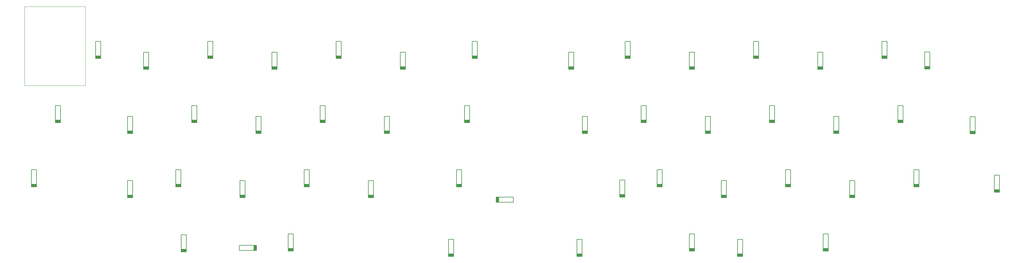
<source format=gbr>
%TF.GenerationSoftware,KiCad,Pcbnew,(7.0.0)*%
%TF.CreationDate,2023-03-05T17:44:29+01:00*%
%TF.ProjectId,NEC,4e45432e-6b69-4636-9164-5f7063625858,rev?*%
%TF.SameCoordinates,Original*%
%TF.FileFunction,Legend,Bot*%
%TF.FilePolarity,Positive*%
%FSLAX46Y46*%
G04 Gerber Fmt 4.6, Leading zero omitted, Abs format (unit mm)*
G04 Created by KiCad (PCBNEW (7.0.0)) date 2023-03-05 17:44:29*
%MOMM*%
%LPD*%
G01*
G04 APERTURE LIST*
%ADD10C,0.150000*%
%ADD11C,0.120000*%
G04 APERTURE END LIST*
D10*
%TO.C,D17*%
X69024500Y-49847500D02*
X67500500Y-49847500D01*
X67500500Y-49847500D02*
X67500500Y-54927500D01*
X67500500Y-54165500D02*
X69024500Y-54165500D01*
X67500500Y-54292500D02*
X69024500Y-54292500D01*
X69024500Y-54419500D02*
X67500500Y-54419500D01*
X67500500Y-54546500D02*
X69024500Y-54546500D01*
X69024500Y-54673500D02*
X67500500Y-54673500D01*
X67500500Y-54800500D02*
X69024500Y-54800500D01*
X69024500Y-54927500D02*
X69024500Y-49847500D01*
X67500500Y-54927500D02*
X69024500Y-54927500D01*
%TO.C,D50*%
X230949500Y-89535000D02*
X229425500Y-89535000D01*
X229425500Y-89535000D02*
X229425500Y-94615000D01*
X229425500Y-93853000D02*
X230949500Y-93853000D01*
X229425500Y-93980000D02*
X230949500Y-93980000D01*
X230949500Y-94107000D02*
X229425500Y-94107000D01*
X229425500Y-94234000D02*
X230949500Y-94234000D01*
X230949500Y-94361000D02*
X229425500Y-94361000D01*
X229425500Y-94488000D02*
X230949500Y-94488000D01*
X230949500Y-94615000D02*
X230949500Y-89535000D01*
X229425500Y-94615000D02*
X230949500Y-94615000D01*
%TO.C,D48*%
X183324500Y-89535000D02*
X181800500Y-89535000D01*
X181800500Y-89535000D02*
X181800500Y-94615000D01*
X181800500Y-93853000D02*
X183324500Y-93853000D01*
X181800500Y-93980000D02*
X183324500Y-93980000D01*
X183324500Y-94107000D02*
X181800500Y-94107000D01*
X181800500Y-94234000D02*
X183324500Y-94234000D01*
X183324500Y-94361000D02*
X181800500Y-94361000D01*
X181800500Y-94488000D02*
X183324500Y-94488000D01*
X183324500Y-94615000D02*
X183324500Y-89535000D01*
X181800500Y-94615000D02*
X183324500Y-94615000D01*
%TO.C,D46*%
X97599500Y-87947500D02*
X96075500Y-87947500D01*
X96075500Y-87947500D02*
X96075500Y-93027500D01*
X96075500Y-92265500D02*
X97599500Y-92265500D01*
X96075500Y-92392500D02*
X97599500Y-92392500D01*
X97599500Y-92519500D02*
X96075500Y-92519500D01*
X96075500Y-92646500D02*
X97599500Y-92646500D01*
X97599500Y-92773500D02*
X96075500Y-92773500D01*
X96075500Y-92900500D02*
X97599500Y-92900500D01*
X97599500Y-93027500D02*
X97599500Y-87947500D01*
X96075500Y-93027500D02*
X97599500Y-93027500D01*
%TO.C,D40*%
X245237000Y-68897500D02*
X243713000Y-68897500D01*
X243713000Y-68897500D02*
X243713000Y-73977500D01*
X243713000Y-73215500D02*
X245237000Y-73215500D01*
X243713000Y-73342500D02*
X245237000Y-73342500D01*
X245237000Y-73469500D02*
X243713000Y-73469500D01*
X243713000Y-73596500D02*
X245237000Y-73596500D01*
X245237000Y-73723500D02*
X243713000Y-73723500D01*
X243713000Y-73850500D02*
X245237000Y-73850500D01*
X245237000Y-73977500D02*
X245237000Y-68897500D01*
X243713000Y-73977500D02*
X245237000Y-73977500D01*
%TO.C,D11*%
X235712000Y-30797500D02*
X234188000Y-30797500D01*
X234188000Y-30797500D02*
X234188000Y-35877500D01*
X234188000Y-35115500D02*
X235712000Y-35115500D01*
X234188000Y-35242500D02*
X235712000Y-35242500D01*
X235712000Y-35369500D02*
X234188000Y-35369500D01*
X234188000Y-35496500D02*
X235712000Y-35496500D01*
X235712000Y-35623500D02*
X234188000Y-35623500D01*
X234188000Y-35750500D02*
X235712000Y-35750500D01*
X235712000Y-35877500D02*
X235712000Y-30797500D01*
X234188000Y-35877500D02*
X235712000Y-35877500D01*
%TO.C,D31*%
X64262000Y-68897500D02*
X62738000Y-68897500D01*
X62738000Y-68897500D02*
X62738000Y-73977500D01*
X62738000Y-73215500D02*
X64262000Y-73215500D01*
X62738000Y-73342500D02*
X64262000Y-73342500D01*
X64262000Y-73469500D02*
X62738000Y-73469500D01*
X62738000Y-73596500D02*
X64262000Y-73596500D01*
X64262000Y-73723500D02*
X62738000Y-73723500D01*
X62738000Y-73850500D02*
X64262000Y-73850500D01*
X64262000Y-73977500D02*
X64262000Y-68897500D01*
X62738000Y-73977500D02*
X64262000Y-73977500D01*
%TO.C,D41*%
X264287000Y-72072500D02*
X262763000Y-72072500D01*
X262763000Y-72072500D02*
X262763000Y-77152500D01*
X262763000Y-76390500D02*
X264287000Y-76390500D01*
X262763000Y-76517500D02*
X264287000Y-76517500D01*
X264287000Y-76644500D02*
X262763000Y-76644500D01*
X262763000Y-76771500D02*
X264287000Y-76771500D01*
X264287000Y-76898500D02*
X262763000Y-76898500D01*
X262763000Y-77025500D02*
X264287000Y-77025500D01*
X264287000Y-77152500D02*
X264287000Y-72072500D01*
X262763000Y-77152500D02*
X264287000Y-77152500D01*
%TO.C,D45*%
X81597500Y-91313000D02*
X81597500Y-92837000D01*
X81597500Y-92837000D02*
X86677500Y-92837000D01*
X85915500Y-92837000D02*
X85915500Y-91313000D01*
X86042500Y-92837000D02*
X86042500Y-91313000D01*
X86169500Y-91313000D02*
X86169500Y-92837000D01*
X86296500Y-92837000D02*
X86296500Y-91313000D01*
X86423500Y-91313000D02*
X86423500Y-92837000D01*
X86550500Y-92837000D02*
X86550500Y-91313000D01*
X86677500Y-91313000D02*
X81597500Y-91313000D01*
X86677500Y-92837000D02*
X86677500Y-91313000D01*
%TO.C,D51*%
X256349500Y-87947500D02*
X254825500Y-87947500D01*
X254825500Y-87947500D02*
X254825500Y-93027500D01*
X254825500Y-92265500D02*
X256349500Y-92265500D01*
X254825500Y-92392500D02*
X256349500Y-92392500D01*
X256349500Y-92519500D02*
X254825500Y-92519500D01*
X254825500Y-92646500D02*
X256349500Y-92646500D01*
X256349500Y-92773500D02*
X254825500Y-92773500D01*
X254825500Y-92900500D02*
X256349500Y-92900500D01*
X256349500Y-93027500D02*
X256349500Y-87947500D01*
X254825500Y-93027500D02*
X256349500Y-93027500D01*
%TO.C,D35*%
X147574000Y-68897500D02*
X146050000Y-68897500D01*
X146050000Y-68897500D02*
X146050000Y-73977500D01*
X146050000Y-73215500D02*
X147574000Y-73215500D01*
X146050000Y-73342500D02*
X147574000Y-73342500D01*
X147574000Y-73469500D02*
X146050000Y-73469500D01*
X146050000Y-73596500D02*
X147574000Y-73596500D01*
X147574000Y-73723500D02*
X146050000Y-73723500D01*
X146050000Y-73850500D02*
X147574000Y-73850500D01*
X147574000Y-73977500D02*
X147574000Y-68897500D01*
X146050000Y-73977500D02*
X147574000Y-73977500D01*
%TO.C,D14*%
X286512000Y-33909000D02*
X284988000Y-33909000D01*
X284988000Y-33909000D02*
X284988000Y-38989000D01*
X284988000Y-38227000D02*
X286512000Y-38227000D01*
X284988000Y-38354000D02*
X286512000Y-38354000D01*
X286512000Y-38481000D02*
X284988000Y-38481000D01*
X284988000Y-38608000D02*
X286512000Y-38608000D01*
X286512000Y-38735000D02*
X284988000Y-38735000D01*
X284988000Y-38862000D02*
X286512000Y-38862000D01*
X286512000Y-38989000D02*
X286512000Y-33909000D01*
X284988000Y-38989000D02*
X286512000Y-38989000D01*
%TO.C,D20*%
X126174500Y-53022500D02*
X124650500Y-53022500D01*
X124650500Y-53022500D02*
X124650500Y-58102500D01*
X124650500Y-57340500D02*
X126174500Y-57340500D01*
X124650500Y-57467500D02*
X126174500Y-57467500D01*
X126174500Y-57594500D02*
X124650500Y-57594500D01*
X124650500Y-57721500D02*
X126174500Y-57721500D01*
X126174500Y-57848500D02*
X124650500Y-57848500D01*
X124650500Y-57975500D02*
X126174500Y-57975500D01*
X126174500Y-58102500D02*
X126174500Y-53022500D01*
X124650500Y-58102500D02*
X126174500Y-58102500D01*
%TO.C,D6*%
X130937000Y-33972500D02*
X129413000Y-33972500D01*
X129413000Y-33972500D02*
X129413000Y-39052500D01*
X129413000Y-38290500D02*
X130937000Y-38290500D01*
X129413000Y-38417500D02*
X130937000Y-38417500D01*
X130937000Y-38544500D02*
X129413000Y-38544500D01*
X129413000Y-38671500D02*
X130937000Y-38671500D01*
X130937000Y-38798500D02*
X129413000Y-38798500D01*
X129413000Y-38925500D02*
X130937000Y-38925500D01*
X130937000Y-39052500D02*
X130937000Y-33972500D01*
X129413000Y-39052500D02*
X130937000Y-39052500D01*
%TO.C,D13*%
X273812000Y-30797500D02*
X272288000Y-30797500D01*
X272288000Y-30797500D02*
X272288000Y-35877500D01*
X272288000Y-35115500D02*
X273812000Y-35115500D01*
X272288000Y-35242500D02*
X273812000Y-35242500D01*
X273812000Y-35369500D02*
X272288000Y-35369500D01*
X272288000Y-35496500D02*
X273812000Y-35496500D01*
X273812000Y-35623500D02*
X272288000Y-35623500D01*
X272288000Y-35750500D02*
X273812000Y-35750500D01*
X273812000Y-35877500D02*
X273812000Y-30797500D01*
X272288000Y-35877500D02*
X273812000Y-35877500D01*
%TO.C,D42*%
X283337000Y-68897500D02*
X281813000Y-68897500D01*
X281813000Y-68897500D02*
X281813000Y-73977500D01*
X281813000Y-73215500D02*
X283337000Y-73215500D01*
X281813000Y-73342500D02*
X283337000Y-73342500D01*
X283337000Y-73469500D02*
X281813000Y-73469500D01*
X281813000Y-73596500D02*
X283337000Y-73596500D01*
X283337000Y-73723500D02*
X281813000Y-73723500D01*
X281813000Y-73850500D02*
X283337000Y-73850500D01*
X283337000Y-73977500D02*
X283337000Y-68897500D01*
X281813000Y-73977500D02*
X283337000Y-73977500D01*
%TO.C,D25*%
X240474500Y-49847500D02*
X238950500Y-49847500D01*
X238950500Y-49847500D02*
X238950500Y-54927500D01*
X238950500Y-54165500D02*
X240474500Y-54165500D01*
X238950500Y-54292500D02*
X240474500Y-54292500D01*
X240474500Y-54419500D02*
X238950500Y-54419500D01*
X238950500Y-54546500D02*
X240474500Y-54546500D01*
X240474500Y-54673500D02*
X238950500Y-54673500D01*
X238950500Y-54800500D02*
X240474500Y-54800500D01*
X240474500Y-54927500D02*
X240474500Y-49847500D01*
X238950500Y-54927500D02*
X240474500Y-54927500D01*
%TO.C,D33*%
X102362000Y-68897500D02*
X100838000Y-68897500D01*
X100838000Y-68897500D02*
X100838000Y-73977500D01*
X100838000Y-73215500D02*
X102362000Y-73215500D01*
X100838000Y-73342500D02*
X102362000Y-73342500D01*
X102362000Y-73469500D02*
X100838000Y-73469500D01*
X100838000Y-73596500D02*
X102362000Y-73596500D01*
X102362000Y-73723500D02*
X100838000Y-73723500D01*
X100838000Y-73850500D02*
X102362000Y-73850500D01*
X102362000Y-73977500D02*
X102362000Y-68897500D01*
X100838000Y-73977500D02*
X102362000Y-73977500D01*
%TO.C,D28*%
X299974000Y-53149500D02*
X298450000Y-53149500D01*
X298450000Y-53149500D02*
X298450000Y-58229500D01*
X298450000Y-57467500D02*
X299974000Y-57467500D01*
X298450000Y-57594500D02*
X299974000Y-57594500D01*
X299974000Y-57721500D02*
X298450000Y-57721500D01*
X298450000Y-57848500D02*
X299974000Y-57848500D01*
X299974000Y-57975500D02*
X298450000Y-57975500D01*
X298450000Y-58102500D02*
X299974000Y-58102500D01*
X299974000Y-58229500D02*
X299974000Y-53149500D01*
X298450000Y-58229500D02*
X299974000Y-58229500D01*
%TO.C,D10*%
X216662000Y-33972500D02*
X215138000Y-33972500D01*
X215138000Y-33972500D02*
X215138000Y-39052500D01*
X215138000Y-38290500D02*
X216662000Y-38290500D01*
X215138000Y-38417500D02*
X216662000Y-38417500D01*
X216662000Y-38544500D02*
X215138000Y-38544500D01*
X215138000Y-38671500D02*
X216662000Y-38671500D01*
X216662000Y-38798500D02*
X215138000Y-38798500D01*
X215138000Y-38925500D02*
X216662000Y-38925500D01*
X216662000Y-39052500D02*
X216662000Y-33972500D01*
X215138000Y-39052500D02*
X216662000Y-39052500D01*
%TO.C,D43*%
X307149500Y-70485000D02*
X305625500Y-70485000D01*
X305625500Y-70485000D02*
X305625500Y-75565000D01*
X305625500Y-74803000D02*
X307149500Y-74803000D01*
X305625500Y-74930000D02*
X307149500Y-74930000D01*
X307149500Y-75057000D02*
X305625500Y-75057000D01*
X305625500Y-75184000D02*
X307149500Y-75184000D01*
X307149500Y-75311000D02*
X305625500Y-75311000D01*
X305625500Y-75438000D02*
X307149500Y-75438000D01*
X307149500Y-75565000D02*
X307149500Y-70485000D01*
X305625500Y-75565000D02*
X307149500Y-75565000D01*
%TO.C,D19*%
X107124500Y-49847500D02*
X105600500Y-49847500D01*
X105600500Y-49847500D02*
X105600500Y-54927500D01*
X105600500Y-54165500D02*
X107124500Y-54165500D01*
X105600500Y-54292500D02*
X107124500Y-54292500D01*
X107124500Y-54419500D02*
X105600500Y-54419500D01*
X105600500Y-54546500D02*
X107124500Y-54546500D01*
X107124500Y-54673500D02*
X105600500Y-54673500D01*
X105600500Y-54800500D02*
X107124500Y-54800500D01*
X107124500Y-54927500D02*
X107124500Y-49847500D01*
X105600500Y-54927500D02*
X107124500Y-54927500D01*
%TO.C,D18*%
X88074500Y-53022500D02*
X86550500Y-53022500D01*
X86550500Y-53022500D02*
X86550500Y-58102500D01*
X86550500Y-57340500D02*
X88074500Y-57340500D01*
X86550500Y-57467500D02*
X88074500Y-57467500D01*
X88074500Y-57594500D02*
X86550500Y-57594500D01*
X86550500Y-57721500D02*
X88074500Y-57721500D01*
X88074500Y-57848500D02*
X86550500Y-57848500D01*
X86550500Y-57975500D02*
X88074500Y-57975500D01*
X88074500Y-58102500D02*
X88074500Y-53022500D01*
X86550500Y-58102500D02*
X88074500Y-58102500D01*
%TO.C,D47*%
X145224500Y-89535000D02*
X143700500Y-89535000D01*
X143700500Y-89535000D02*
X143700500Y-94615000D01*
X143700500Y-93853000D02*
X145224500Y-93853000D01*
X143700500Y-93980000D02*
X145224500Y-93980000D01*
X145224500Y-94107000D02*
X143700500Y-94107000D01*
X143700500Y-94234000D02*
X145224500Y-94234000D01*
X145224500Y-94361000D02*
X143700500Y-94361000D01*
X143700500Y-94488000D02*
X145224500Y-94488000D01*
X145224500Y-94615000D02*
X145224500Y-89535000D01*
X143700500Y-94615000D02*
X145224500Y-94615000D01*
%TO.C,D26*%
X259524500Y-53022500D02*
X258000500Y-53022500D01*
X258000500Y-53022500D02*
X258000500Y-58102500D01*
X258000500Y-57340500D02*
X259524500Y-57340500D01*
X258000500Y-57467500D02*
X259524500Y-57467500D01*
X259524500Y-57594500D02*
X258000500Y-57594500D01*
X258000500Y-57721500D02*
X259524500Y-57721500D01*
X259524500Y-57848500D02*
X258000500Y-57848500D01*
X258000500Y-57975500D02*
X259524500Y-57975500D01*
X259524500Y-58102500D02*
X259524500Y-53022500D01*
X258000500Y-58102500D02*
X259524500Y-58102500D01*
%TO.C,D4*%
X92837000Y-33972500D02*
X91313000Y-33972500D01*
X91313000Y-33972500D02*
X91313000Y-39052500D01*
X91313000Y-38290500D02*
X92837000Y-38290500D01*
X91313000Y-38417500D02*
X92837000Y-38417500D01*
X92837000Y-38544500D02*
X91313000Y-38544500D01*
X91313000Y-38671500D02*
X92837000Y-38671500D01*
X92837000Y-38798500D02*
X91313000Y-38798500D01*
X91313000Y-38925500D02*
X92837000Y-38925500D01*
X92837000Y-39052500D02*
X92837000Y-33972500D01*
X91313000Y-39052500D02*
X92837000Y-39052500D01*
%TO.C,D36*%
X162877500Y-78549500D02*
X162877500Y-77025500D01*
X162877500Y-77025500D02*
X157797500Y-77025500D01*
X158559500Y-77025500D02*
X158559500Y-78549500D01*
X158432500Y-77025500D02*
X158432500Y-78549500D01*
X158305500Y-78549500D02*
X158305500Y-77025500D01*
X158178500Y-77025500D02*
X158178500Y-78549500D01*
X158051500Y-78549500D02*
X158051500Y-77025500D01*
X157924500Y-77025500D02*
X157924500Y-78549500D01*
X157797500Y-78549500D02*
X162877500Y-78549500D01*
X157797500Y-77025500D02*
X157797500Y-78549500D01*
%TO.C,D3*%
X73787000Y-30797500D02*
X72263000Y-30797500D01*
X72263000Y-30797500D02*
X72263000Y-35877500D01*
X72263000Y-35115500D02*
X73787000Y-35115500D01*
X72263000Y-35242500D02*
X73787000Y-35242500D01*
X73787000Y-35369500D02*
X72263000Y-35369500D01*
X72263000Y-35496500D02*
X73787000Y-35496500D01*
X73787000Y-35623500D02*
X72263000Y-35623500D01*
X72263000Y-35750500D02*
X73787000Y-35750500D01*
X73787000Y-35877500D02*
X73787000Y-30797500D01*
X72263000Y-35877500D02*
X73787000Y-35877500D01*
%TO.C,D37*%
X196024500Y-71885000D02*
X194500500Y-71885000D01*
X194500500Y-71885000D02*
X194500500Y-76965000D01*
X194500500Y-76203000D02*
X196024500Y-76203000D01*
X194500500Y-76330000D02*
X196024500Y-76330000D01*
X196024500Y-76457000D02*
X194500500Y-76457000D01*
X194500500Y-76584000D02*
X196024500Y-76584000D01*
X196024500Y-76711000D02*
X194500500Y-76711000D01*
X194500500Y-76838000D02*
X196024500Y-76838000D01*
X196024500Y-76965000D02*
X196024500Y-71885000D01*
X194500500Y-76965000D02*
X196024500Y-76965000D01*
%TO.C,D23*%
X202374500Y-49847500D02*
X200850500Y-49847500D01*
X200850500Y-49847500D02*
X200850500Y-54927500D01*
X200850500Y-54165500D02*
X202374500Y-54165500D01*
X200850500Y-54292500D02*
X202374500Y-54292500D01*
X202374500Y-54419500D02*
X200850500Y-54419500D01*
X200850500Y-54546500D02*
X202374500Y-54546500D01*
X202374500Y-54673500D02*
X200850500Y-54673500D01*
X200850500Y-54800500D02*
X202374500Y-54800500D01*
X202374500Y-54927500D02*
X202374500Y-49847500D01*
X200850500Y-54927500D02*
X202374500Y-54927500D01*
%TO.C,D9*%
X197612000Y-30797500D02*
X196088000Y-30797500D01*
X196088000Y-30797500D02*
X196088000Y-35877500D01*
X196088000Y-35115500D02*
X197612000Y-35115500D01*
X196088000Y-35242500D02*
X197612000Y-35242500D01*
X197612000Y-35369500D02*
X196088000Y-35369500D01*
X196088000Y-35496500D02*
X197612000Y-35496500D01*
X197612000Y-35623500D02*
X196088000Y-35623500D01*
X196088000Y-35750500D02*
X197612000Y-35750500D01*
X197612000Y-35877500D02*
X197612000Y-30797500D01*
X196088000Y-35877500D02*
X197612000Y-35877500D01*
%TO.C,D2*%
X54737000Y-33972500D02*
X53213000Y-33972500D01*
X53213000Y-33972500D02*
X53213000Y-39052500D01*
X53213000Y-38290500D02*
X54737000Y-38290500D01*
X53213000Y-38417500D02*
X54737000Y-38417500D01*
X54737000Y-38544500D02*
X53213000Y-38544500D01*
X53213000Y-38671500D02*
X54737000Y-38671500D01*
X54737000Y-38798500D02*
X53213000Y-38798500D01*
X53213000Y-38925500D02*
X54737000Y-38925500D01*
X54737000Y-39052500D02*
X54737000Y-33972500D01*
X53213000Y-39052500D02*
X54737000Y-39052500D01*
%TO.C,D12*%
X254762000Y-33972500D02*
X253238000Y-33972500D01*
X253238000Y-33972500D02*
X253238000Y-39052500D01*
X253238000Y-38290500D02*
X254762000Y-38290500D01*
X253238000Y-38417500D02*
X254762000Y-38417500D01*
X254762000Y-38544500D02*
X253238000Y-38544500D01*
X253238000Y-38671500D02*
X254762000Y-38671500D01*
X254762000Y-38798500D02*
X253238000Y-38798500D01*
X253238000Y-38925500D02*
X254762000Y-38925500D01*
X254762000Y-39052500D02*
X254762000Y-33972500D01*
X253238000Y-39052500D02*
X254762000Y-39052500D01*
%TO.C,D30*%
X49974500Y-72072500D02*
X48450500Y-72072500D01*
X48450500Y-72072500D02*
X48450500Y-77152500D01*
X48450500Y-76390500D02*
X49974500Y-76390500D01*
X48450500Y-76517500D02*
X49974500Y-76517500D01*
X49974500Y-76644500D02*
X48450500Y-76644500D01*
X48450500Y-76771500D02*
X49974500Y-76771500D01*
X49974500Y-76898500D02*
X48450500Y-76898500D01*
X48450500Y-77025500D02*
X49974500Y-77025500D01*
X49974500Y-77152500D02*
X49974500Y-72072500D01*
X48450500Y-77152500D02*
X49974500Y-77152500D01*
%TO.C,D39*%
X226187000Y-72072500D02*
X224663000Y-72072500D01*
X224663000Y-72072500D02*
X224663000Y-77152500D01*
X224663000Y-76390500D02*
X226187000Y-76390500D01*
X224663000Y-76517500D02*
X226187000Y-76517500D01*
X226187000Y-76644500D02*
X224663000Y-76644500D01*
X224663000Y-76771500D02*
X226187000Y-76771500D01*
X226187000Y-76898500D02*
X224663000Y-76898500D01*
X224663000Y-77025500D02*
X226187000Y-77025500D01*
X226187000Y-77152500D02*
X226187000Y-72072500D01*
X224663000Y-77152500D02*
X226187000Y-77152500D01*
%TO.C,D34*%
X121412000Y-72072500D02*
X119888000Y-72072500D01*
X119888000Y-72072500D02*
X119888000Y-77152500D01*
X119888000Y-76390500D02*
X121412000Y-76390500D01*
X119888000Y-76517500D02*
X121412000Y-76517500D01*
X121412000Y-76644500D02*
X119888000Y-76644500D01*
X119888000Y-76771500D02*
X121412000Y-76771500D01*
X121412000Y-76898500D02*
X119888000Y-76898500D01*
X119888000Y-77025500D02*
X121412000Y-77025500D01*
X121412000Y-77152500D02*
X121412000Y-72072500D01*
X119888000Y-77152500D02*
X121412000Y-77152500D01*
%TO.C,D7*%
X152273000Y-30797500D02*
X150749000Y-30797500D01*
X150749000Y-30797500D02*
X150749000Y-35877500D01*
X150749000Y-35115500D02*
X152273000Y-35115500D01*
X150749000Y-35242500D02*
X152273000Y-35242500D01*
X152273000Y-35369500D02*
X150749000Y-35369500D01*
X150749000Y-35496500D02*
X152273000Y-35496500D01*
X152273000Y-35623500D02*
X150749000Y-35623500D01*
X150749000Y-35750500D02*
X152273000Y-35750500D01*
X152273000Y-35877500D02*
X152273000Y-30797500D01*
X150749000Y-35877500D02*
X152273000Y-35877500D01*
%TO.C,D24*%
X221424500Y-53022500D02*
X219900500Y-53022500D01*
X219900500Y-53022500D02*
X219900500Y-58102500D01*
X219900500Y-57340500D02*
X221424500Y-57340500D01*
X219900500Y-57467500D02*
X221424500Y-57467500D01*
X221424500Y-57594500D02*
X219900500Y-57594500D01*
X219900500Y-57721500D02*
X221424500Y-57721500D01*
X221424500Y-57848500D02*
X219900500Y-57848500D01*
X219900500Y-57975500D02*
X221424500Y-57975500D01*
X221424500Y-58102500D02*
X221424500Y-53022500D01*
X219900500Y-58102500D02*
X221424500Y-58102500D01*
%TO.C,D27*%
X278574500Y-49847500D02*
X277050500Y-49847500D01*
X277050500Y-49847500D02*
X277050500Y-54927500D01*
X277050500Y-54165500D02*
X278574500Y-54165500D01*
X277050500Y-54292500D02*
X278574500Y-54292500D01*
X278574500Y-54419500D02*
X277050500Y-54419500D01*
X277050500Y-54546500D02*
X278574500Y-54546500D01*
X278574500Y-54673500D02*
X277050500Y-54673500D01*
X277050500Y-54800500D02*
X278574500Y-54800500D01*
X278574500Y-54927500D02*
X278574500Y-49847500D01*
X277050500Y-54927500D02*
X278574500Y-54927500D01*
%TO.C,D49*%
X216662000Y-87947500D02*
X215138000Y-87947500D01*
X215138000Y-87947500D02*
X215138000Y-93027500D01*
X215138000Y-92265500D02*
X216662000Y-92265500D01*
X215138000Y-92392500D02*
X216662000Y-92392500D01*
X216662000Y-92519500D02*
X215138000Y-92519500D01*
X215138000Y-92646500D02*
X216662000Y-92646500D01*
X216662000Y-92773500D02*
X215138000Y-92773500D01*
X215138000Y-92900500D02*
X216662000Y-92900500D01*
X216662000Y-93027500D02*
X216662000Y-87947500D01*
X215138000Y-93027500D02*
X216662000Y-93027500D01*
%TO.C,D22*%
X184912000Y-53022500D02*
X183388000Y-53022500D01*
X183388000Y-53022500D02*
X183388000Y-58102500D01*
X183388000Y-57340500D02*
X184912000Y-57340500D01*
X183388000Y-57467500D02*
X184912000Y-57467500D01*
X184912000Y-57594500D02*
X183388000Y-57594500D01*
X183388000Y-57721500D02*
X184912000Y-57721500D01*
X184912000Y-57848500D02*
X183388000Y-57848500D01*
X183388000Y-57975500D02*
X184912000Y-57975500D01*
X184912000Y-58102500D02*
X184912000Y-53022500D01*
X183388000Y-58102500D02*
X184912000Y-58102500D01*
%TO.C,D8*%
X180848000Y-33972500D02*
X179324000Y-33972500D01*
X179324000Y-33972500D02*
X179324000Y-39052500D01*
X179324000Y-38290500D02*
X180848000Y-38290500D01*
X179324000Y-38417500D02*
X180848000Y-38417500D01*
X180848000Y-38544500D02*
X179324000Y-38544500D01*
X179324000Y-38671500D02*
X180848000Y-38671500D01*
X180848000Y-38798500D02*
X179324000Y-38798500D01*
X179324000Y-38925500D02*
X180848000Y-38925500D01*
X180848000Y-39052500D02*
X180848000Y-33972500D01*
X179324000Y-39052500D02*
X180848000Y-39052500D01*
%TO.C,D44*%
X65849500Y-88135000D02*
X64325500Y-88135000D01*
X64325500Y-88135000D02*
X64325500Y-93215000D01*
X64325500Y-92453000D02*
X65849500Y-92453000D01*
X64325500Y-92580000D02*
X65849500Y-92580000D01*
X65849500Y-92707000D02*
X64325500Y-92707000D01*
X64325500Y-92834000D02*
X65849500Y-92834000D01*
X65849500Y-92961000D02*
X64325500Y-92961000D01*
X64325500Y-93088000D02*
X65849500Y-93088000D01*
X65849500Y-93215000D02*
X65849500Y-88135000D01*
X64325500Y-93215000D02*
X65849500Y-93215000D01*
%TO.C,D15*%
X28575000Y-49847500D02*
X27051000Y-49847500D01*
X27051000Y-49847500D02*
X27051000Y-54927500D01*
X27051000Y-54165500D02*
X28575000Y-54165500D01*
X27051000Y-54292500D02*
X28575000Y-54292500D01*
X28575000Y-54419500D02*
X27051000Y-54419500D01*
X27051000Y-54546500D02*
X28575000Y-54546500D01*
X28575000Y-54673500D02*
X27051000Y-54673500D01*
X27051000Y-54800500D02*
X28575000Y-54800500D01*
X28575000Y-54927500D02*
X28575000Y-49847500D01*
X27051000Y-54927500D02*
X28575000Y-54927500D01*
%TO.C,D16*%
X49974500Y-53022500D02*
X48450500Y-53022500D01*
X48450500Y-53022500D02*
X48450500Y-58102500D01*
X48450500Y-57340500D02*
X49974500Y-57340500D01*
X48450500Y-57467500D02*
X49974500Y-57467500D01*
X49974500Y-57594500D02*
X48450500Y-57594500D01*
X48450500Y-57721500D02*
X49974500Y-57721500D01*
X49974500Y-57848500D02*
X48450500Y-57848500D01*
X48450500Y-57975500D02*
X49974500Y-57975500D01*
X49974500Y-58102500D02*
X49974500Y-53022500D01*
X48450500Y-58102500D02*
X49974500Y-58102500D01*
%TO.C,D21*%
X149987000Y-49847500D02*
X148463000Y-49847500D01*
X148463000Y-49847500D02*
X148463000Y-54927500D01*
X148463000Y-54165500D02*
X149987000Y-54165500D01*
X148463000Y-54292500D02*
X149987000Y-54292500D01*
X149987000Y-54419500D02*
X148463000Y-54419500D01*
X148463000Y-54546500D02*
X149987000Y-54546500D01*
X149987000Y-54673500D02*
X148463000Y-54673500D01*
X148463000Y-54800500D02*
X149987000Y-54800500D01*
X149987000Y-54927500D02*
X149987000Y-49847500D01*
X148463000Y-54927500D02*
X149987000Y-54927500D01*
%TO.C,D32*%
X83312000Y-72072500D02*
X81788000Y-72072500D01*
X81788000Y-72072500D02*
X81788000Y-77152500D01*
X81788000Y-76390500D02*
X83312000Y-76390500D01*
X81788000Y-76517500D02*
X83312000Y-76517500D01*
X83312000Y-76644500D02*
X81788000Y-76644500D01*
X81788000Y-76771500D02*
X83312000Y-76771500D01*
X83312000Y-76898500D02*
X81788000Y-76898500D01*
X81788000Y-77025500D02*
X83312000Y-77025500D01*
X83312000Y-77152500D02*
X83312000Y-72072500D01*
X81788000Y-77152500D02*
X83312000Y-77152500D01*
%TO.C,D5*%
X111887000Y-30797500D02*
X110363000Y-30797500D01*
X110363000Y-30797500D02*
X110363000Y-35877500D01*
X110363000Y-35115500D02*
X111887000Y-35115500D01*
X110363000Y-35242500D02*
X111887000Y-35242500D01*
X111887000Y-35369500D02*
X110363000Y-35369500D01*
X110363000Y-35496500D02*
X111887000Y-35496500D01*
X111887000Y-35623500D02*
X110363000Y-35623500D01*
X110363000Y-35750500D02*
X111887000Y-35750500D01*
X111887000Y-35877500D02*
X111887000Y-30797500D01*
X110363000Y-35877500D02*
X111887000Y-35877500D01*
%TO.C,D1*%
X40449500Y-30797500D02*
X38925500Y-30797500D01*
X38925500Y-30797500D02*
X38925500Y-35877500D01*
X38925500Y-35115500D02*
X40449500Y-35115500D01*
X38925500Y-35242500D02*
X40449500Y-35242500D01*
X40449500Y-35369500D02*
X38925500Y-35369500D01*
X38925500Y-35496500D02*
X40449500Y-35496500D01*
X40449500Y-35623500D02*
X38925500Y-35623500D01*
X38925500Y-35750500D02*
X40449500Y-35750500D01*
X40449500Y-35877500D02*
X40449500Y-30797500D01*
X38925500Y-35877500D02*
X40449500Y-35877500D01*
%TO.C,D38*%
X207137000Y-68897500D02*
X205613000Y-68897500D01*
X205613000Y-68897500D02*
X205613000Y-73977500D01*
X205613000Y-73215500D02*
X207137000Y-73215500D01*
X205613000Y-73342500D02*
X207137000Y-73342500D01*
X207137000Y-73469500D02*
X205613000Y-73469500D01*
X205613000Y-73596500D02*
X207137000Y-73596500D01*
X207137000Y-73723500D02*
X205613000Y-73723500D01*
X205613000Y-73850500D02*
X207137000Y-73850500D01*
X207137000Y-73977500D02*
X207137000Y-68897500D01*
X205613000Y-73977500D02*
X207137000Y-73977500D01*
%TO.C,D29*%
X21399500Y-68897500D02*
X19875500Y-68897500D01*
X19875500Y-68897500D02*
X19875500Y-73977500D01*
X19875500Y-73215500D02*
X21399500Y-73215500D01*
X19875500Y-73342500D02*
X21399500Y-73342500D01*
X21399500Y-73469500D02*
X19875500Y-73469500D01*
X19875500Y-73596500D02*
X21399500Y-73596500D01*
X21399500Y-73723500D02*
X19875500Y-73723500D01*
X19875500Y-73850500D02*
X21399500Y-73850500D01*
X21399500Y-73977500D02*
X21399500Y-68897500D01*
X19875500Y-73977500D02*
X21399500Y-73977500D01*
D11*
%TO.C,RZ1*%
X35892500Y-43900000D02*
X17892500Y-43900000D01*
X35892500Y-20400000D02*
X35892500Y-43900000D01*
X17892500Y-43900000D02*
X17892500Y-20400000D01*
X17892500Y-20400000D02*
X35892500Y-20400000D01*
%TD*%
M02*

</source>
